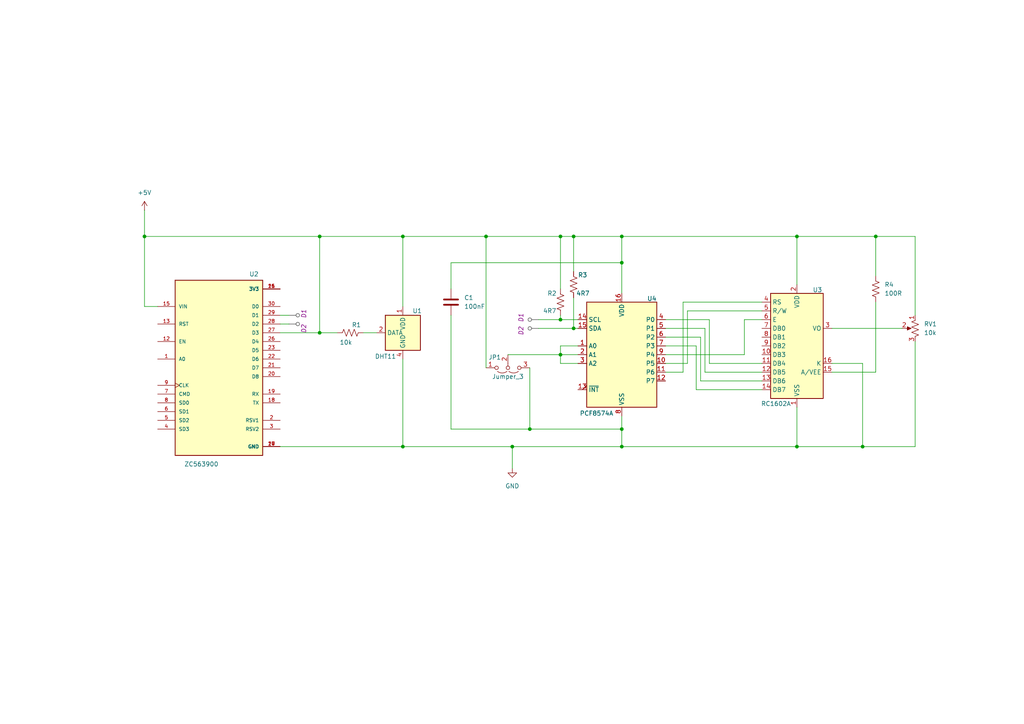
<source format=kicad_sch>
(kicad_sch (version 20231120) (generator "eeschema") (generator_version "8.0")
  (paper "A4")
  (title_block (title "TEMP_HUMIDITY_SENSOR MONITOR") (date "2024-03-18"))
  (lib_symbols
    (symbol "Device:C" (pin_numbers hide) (pin_names (offset 0.254))
      (property "Reference" "C" (at 0.635 2.54 0))
      (property "Value" "C" (at 0.635 -2.54 0))
      (symbol "C_0_1"
        (polyline (pts (xy -2.032 -0.762) (xy 2.032 -0.762)) (stroke (width 0.508)))
        (polyline (pts (xy -2.032 0.762) (xy 2.032 0.762)) (stroke (width 0.508)))
      )
      (symbol "C_1_1"
        (pin passive line (at 0 3.81 270) (length 2.794) (name "~") (number "1"))
        (pin passive line (at 0 -3.81 90) (length 2.794) (name "~") (number "2"))
      )
    )
    (symbol "Device:R_Potentiometer_US" (pin_names (offset 1.016) hide)
      (property "Reference" "RV" (at -4.445 0 90))
      (property "Value" "R_Potentiometer_US" (at -2.54 0 90))
      (symbol "R_Potentiometer_US_0_1"
        (polyline (pts (xy 0 -2.286) (xy 0 -2.54)))
        (polyline (pts (xy 0 2.54) (xy 0 2.286)))
        (polyline (pts (xy 2.54 0) (xy 1.524 0)))
        (polyline (pts (xy 1.143 0) (xy 2.286 0.508) (xy 2.286 -0.508) (xy 1.143 0)) (fill (type outline)))
        (polyline (pts (xy 0 -0.762) (xy 1.016 -1.143) (xy 0 -1.524) (xy -1.016 -1.905) (xy 0 -2.286)))
        (polyline (pts (xy 0 0.762) (xy 1.016 0.381) (xy 0 0) (xy -1.016 -0.381) (xy 0 -0.762)))
        (polyline (pts (xy 0 2.286) (xy 1.016 1.905) (xy 0 1.524) (xy -1.016 1.143) (xy 0 0.762)))
      )
      (symbol "R_Potentiometer_US_1_1"
        (pin passive line (at 0 3.81 270) (length 1.27) (name "1") (number "1"))
        (pin passive line (at 3.81 0 180) (length 1.27) (name "2") (number "2"))
        (pin passive line (at 0 -3.81 90) (length 1.27) (name "3") (number "3"))
      )
    )
    (symbol "Device:R_US" (pin_numbers hide) (pin_names (offset 0))
      (property "Reference" "R" (at 2.54 0 90))
      (property "Value" "R_US" (at -2.54 0 90))
      (symbol "R_US_0_1"
        (polyline (pts (xy 0 -2.286) (xy 0 -2.54)))
        (polyline (pts (xy 0 2.286) (xy 0 2.54)))
        (polyline (pts (xy 0 -0.762) (xy 1.016 -1.143) (xy 0 -1.524) (xy -1.016 -1.905) (xy 0 -2.286)))
        (polyline (pts (xy 0 0.762) (xy 1.016 0.381) (xy 0 0) (xy -1.016 -0.381) (xy 0 -0.762)))
        (polyline (pts (xy 0 2.286) (xy 1.016 1.905) (xy 0 1.524) (xy -1.016 1.143) (xy 0 0.762)))
      )
      (symbol "R_US_1_1"
        (pin passive line (at 0 3.81 270) (length 1.27) (name "~") (number "1"))
        (pin passive line (at 0 -3.81 90) (length 1.27) (name "~") (number "2"))
      )
    )
    (symbol "Display_Character:RC1602A"
      (property "Reference" "U" (at -6.35 16.51 0))
      (property "Value" "RC1602A" (at 2.794 16.51 0))
      (symbol "RC1602A_0_1"
        (rectangle (start -7.62 15.24) (end 7.62 -15.24) (stroke (width 0.254)) (fill (type background)))
      )
      (symbol "RC1602A_1_1"
        (pin power_in line (at 0 -17.78 90) (length 2.54) (name "VSS") (number "1"))
        (pin bidirectional line (at -10.16 -2.54 0) (length 2.54) (name "DB3") (number "10"))
        (pin bidirectional line (at -10.16 -5.08 0) (length 2.54) (name "DB4") (number "11"))
        (pin bidirectional line (at -10.16 -7.62 0) (length 2.54) (name "DB5") (number "12"))
        (pin bidirectional line (at -10.16 -10.16 0) (length 2.54) (name "DB6") (number "13"))
        (pin bidirectional line (at -10.16 -12.7 0) (length 2.54) (name "DB7") (number "14"))
        (pin power_in line (at 10.16 -7.62 180) (length 2.54) (name "A/VEE") (number "15"))
        (pin power_in line (at 10.16 -5.08 180) (length 2.54) (name "K") (number "16"))
        (pin power_in line (at 0 17.78 270) (length 2.54) (name "VDD") (number "2"))
        (pin power_in line (at 10.16 5.08 180) (length 2.54) (name "VO") (number "3"))
        (pin input line (at -10.16 12.7 0) (length 2.54) (name "RS") (number "4"))
        (pin input line (at -10.16 10.16 0) (length 2.54) (name "R/W") (number "5"))
        (pin input line (at -10.16 7.62 0) (length 2.54) (name "E") (number "6"))
        (pin bidirectional line (at -10.16 5.08 0) (length 2.54) (name "DB0") (number "7"))
        (pin bidirectional line (at -10.16 2.54 0) (length 2.54) (name "DB1") (number "8"))
        (pin bidirectional line (at -10.16 0 0) (length 2.54) (name "DB2") (number "9"))
      )
    )
    (symbol "Interface_Expansion:PCF8574A"
      (property "Reference" "U" (at -8.89 16.51 0))
      (property "Value" "PCF8574A" (at 2.54 16.51 0))
      (symbol "PCF8574A_0_1"
        (rectangle (start -10.16 15.24) (end 10.16 -15.24) (stroke (width 0.254)) (fill (type background)))
      )
      (symbol "PCF8574A_1_1"
        (pin input line (at -12.7 2.54 0) (length 2.54) (name "A0") (number "1"))
        (pin bidirectional line (at 12.7 -2.54 180) (length 2.54) (name "P5") (number "10"))
        (pin bidirectional line (at 12.7 -5.08 180) (length 2.54) (name "P6") (number "11"))
        (pin bidirectional line (at 12.7 -7.62 180) (length 2.54) (name "P7") (number "12"))
        (pin open_collector output_low (at -12.7 -10.16 0) (length 2.54) (name "~{INT}") (number "13"))
        (pin input line (at -12.7 10.16 0) (length 2.54) (name "SCL") (number "14"))
        (pin bidirectional line (at -12.7 7.62 0) (length 2.54) (name "SDA") (number "15"))
        (pin power_in line (at 0 17.78 270) (length 2.54) (name "VDD") (number "16"))
        (pin input line (at -12.7 0 0) (length 2.54) (name "A1") (number "2"))
        (pin input line (at -12.7 -2.54 0) (length 2.54) (name "A2") (number "3"))
        (pin bidirectional line (at 12.7 10.16 180) (length 2.54) (name "P0") (number "4"))
        (pin bidirectional line (at 12.7 7.62 180) (length 2.54) (name "P1") (number "5"))
        (pin bidirectional line (at 12.7 5.08 180) (length 2.54) (name "P2") (number "6"))
        (pin bidirectional line (at 12.7 2.54 180) (length 2.54) (name "P3") (number "7"))
        (pin power_in line (at 0 -17.78 90) (length 2.54) (name "VSS") (number "8"))
        (pin bidirectional line (at 12.7 0 180) (length 2.54) (name "P4") (number "9"))
      )
    )
    (symbol "Jumper:Jumper_3_Open" (pin_names (offset 0) hide)
      (property "Reference" "JP" (at -2.54 -2.54 0))
      (property "Value" "Jumper_3_Open" (at 0 2.794 0))
      (symbol "Jumper_3_Open_0_0"
        (circle (center -3.302 0) (radius 0.508))
        (circle (center 0 0) (radius 0.508))
        (circle (center 3.302 0) (radius 0.508))
      )
      (symbol "Jumper_3_Open_0_1"
        (arc (start -0.254 1.016) (mid -1.651 1.4992) (end -3.048 1.016))
        (polyline (pts (xy 0 -0.508) (xy 0 -1.27)))
        (arc (start 3.048 1.016) (mid 1.651 1.4992) (end 0.254 1.016))
      )
      (symbol "Jumper_3_Open_1_1"
        (pin passive line (at -6.35 0 0) (length 2.54) (name "A") (number "1"))
        (pin passive line (at 0 -3.81 90) (length 2.54) (name "C") (number "2"))
        (pin passive line (at 6.35 0 180) (length 2.54) (name "B") (number "3"))
      )
    )
    (symbol "Sensor:DHT11"
      (property "Reference" "U" (at -3.81 6.35 0))
      (property "Value" "DHT11" (at 3.81 6.35 0))
      (symbol "DHT11_0_1"
        (rectangle (start -5.08 5.08) (end 5.08 -5.08) (stroke (width 0.254)) (fill (type background)))
      )
      (symbol "DHT11_1_1"
        (pin power_in line (at 0 7.62 270) (length 2.54) (name "VDD") (number "1"))
        (pin bidirectional line (at 7.62 0 180) (length 2.54) (name "DATA") (number "2"))
        (pin no_connect line (at -5.08 0 0) (length 2.54) hide (name "NC") (number "3"))
        (pin power_in line (at 0 -7.62 90) (length 2.54) (name "GND") (number "4"))
      )
    )
    (symbol "ZC563900:ZC563900" (pin_names (offset 1.016))
      (property "Reference" "U" (at -12.7 26.035 0))
      (property "Value" "ZC563900" (at -12.7 -27.94 0))
      (symbol "ZC563900_0_0"
        (rectangle (start -12.7 -25.4) (end 12.7 25.4) (stroke (width 0.254)) (fill (type background)))
        (pin input line (at -17.78 2.54 0) (length 5.08) (name "A0") (number "1"))
        (pin power_in line (at 17.78 -22.86 180) (length 5.08) (name "GND") (number "10"))
        (pin power_in line (at 17.78 22.86 180) (length 5.08) (name "3V3") (number "11"))
        (pin input line (at -17.78 7.62 0) (length 5.08) (name "EN") (number "12"))
        (pin input line (at -17.78 12.7 0) (length 5.08) (name "RST") (number "13"))
        (pin power_in line (at 17.78 -22.86 180) (length 5.08) (name "GND") (number "14"))
        (pin input line (at -17.78 17.78 0) (length 5.08) (name "VIN") (number "15"))
        (pin power_in line (at 17.78 22.86 180) (length 5.08) (name "3V3") (number "16"))
        (pin power_in line (at 17.78 -22.86 180) (length 5.08) (name "GND") (number "17"))
        (pin bidirectional line (at 17.78 -10.16 180) (length 5.08) (name "TX") (number "18"))
        (pin bidirectional line (at 17.78 -7.62 180) (length 5.08) (name "RX") (number "19"))
        (pin passive line (at 17.78 -15.24 180) (length 5.08) (name "RSV1") (number "2"))
        (pin bidirectional line (at 17.78 -2.54 180) (length 5.08) (name "D8") (number "20"))
        (pin bidirectional line (at 17.78 0 180) (length 5.08) (name "D7") (number "21"))
        (pin bidirectional line (at 17.78 2.54 180) (length 5.08) (name "D6") (number "22"))
        (pin bidirectional line (at 17.78 5.08 180) (length 5.08) (name "D5") (number "23"))
        (pin power_in line (at 17.78 -22.86 180) (length 5.08) (name "GND") (number "24"))
        (pin power_in line (at 17.78 22.86 180) (length 5.08) (name "3V3") (number "25"))
        (pin bidirectional line (at 17.78 7.62 180) (length 5.08) (name "D4") (number "26"))
        (pin bidirectional line (at 17.78 10.16 180) (length 5.08) (name "D3") (number "27"))
        (pin bidirectional line (at 17.78 12.7 180) (length 5.08) (name "D2") (number "28"))
        (pin bidirectional line (at 17.78 15.24 180) (length 5.08) (name "D1") (number "29"))
        (pin passive line (at 17.78 -17.78 180) (length 5.08) (name "RSV2") (number "3"))
        (pin bidirectional line (at 17.78 17.78 180) (length 5.08) (name "D0") (number "30"))
        (pin bidirectional line (at -17.78 -17.78 0) (length 5.08) (name "SD3") (number "4"))
        (pin bidirectional line (at -17.78 -15.24 0) (length 5.08) (name "SD2") (number "5"))
        (pin bidirectional line (at -17.78 -12.7 0) (length 5.08) (name "SD1") (number "6"))
        (pin input line (at -17.78 -7.62 0) (length 5.08) (name "CMD") (number "7"))
        (pin bidirectional line (at -17.78 -10.16 0) (length 5.08) (name "SD0") (number "8"))
        (pin input clock (at -17.78 -5.08 0) (length 5.08) (name "CLK") (number "9"))
      )
    )
    (symbol "power:+5V" (power) (pin_numbers hide) (pin_names (offset 0) hide)
      (property "Value" "+5V" (at 0 3.556 0))
      (symbol "+5V_0_1"
        (polyline (pts (xy -0.762 1.27) (xy 0 2.54)))
        (polyline (pts (xy 0 0) (xy 0 2.54)))
        (polyline (pts (xy 0 2.54) (xy 0.762 1.27)))
      )
      (symbol "+5V_1_1"
        (pin power_in line (at 0 0 90) (length 0) (name "~") (number "1"))
      )
    )
    (symbol "power:GND" (power) (pin_numbers hide) (pin_names (offset 0) hide)
      (property "Value" "GND" (at 0 -3.81 0))
      (symbol "GND_0_1"
        (polyline (pts (xy 0 0) (xy 0 -1.27) (xy 1.27 -1.27) (xy 0 -2.54) (xy -1.27 -1.27) (xy 0 -1.27)))
      )
      (symbol "GND_1_1"
        (pin power_in line (at 0 0 270) (length 0) (name "~") (number "1"))
      )
    )
  )
  (junction (at 180.34 68.58))
  (junction (at 250.19 129.54))
  (junction (at 92.71 68.58))
  (junction (at 166.37 68.58))
  (junction (at 153.67 124.46))
  (junction (at 231.14 129.54))
  (junction (at 92.71 96.52))
  (junction (at 166.37 95.25))
  (junction (at 116.84 68.58))
  (junction (at 41.91 68.58))
  (junction (at 140.97 68.58))
  (junction (at 180.34 129.54))
  (junction (at 231.14 68.58))
  (junction (at 148.59 129.54))
  (junction (at 162.56 68.58))
  (junction (at 254 68.58))
  (junction (at 180.34 76.2))
  (junction (at 180.34 124.46))
  (junction (at 116.84 129.54))
  (junction (at 162.56 92.71))
  (junction (at 162.56 102.87))
  (wire (pts (xy 81.28 93.98) (xy 83.82 93.98)))
  (wire (pts (xy 265.43 68.58) (xy 254 68.58)))
  (wire (pts (xy 162.56 68.58) (xy 162.56 83.82)))
  (wire (pts (xy 162.56 105.41) (xy 167.64 105.41)))
  (wire (pts (xy 201.93 113.03) (xy 220.98 113.03)))
  (wire (pts (xy 193.04 102.87) (xy 215.9 102.87)))
  (wire (pts (xy 116.84 68.58) (xy 140.97 68.58)))
  (wire (pts (xy 130.81 76.2) (xy 180.34 76.2)))
  (wire (pts (xy 180.34 76.2) (xy 180.34 85.09)))
  (wire (pts (xy 231.14 68.58) (xy 254 68.58)))
  (wire (pts (xy 130.81 124.46) (xy 130.81 91.44)))
  (wire (pts (xy 180.34 68.58) (xy 231.14 68.58)))
  (wire (pts (xy 41.91 68.58) (xy 92.71 68.58)))
  (wire (pts (xy 81.28 129.54) (xy 116.84 129.54)))
  (wire (pts (xy 162.56 102.87) (xy 167.64 102.87)))
  (wire (pts (xy 153.67 106.68) (xy 153.67 124.46)))
  (wire (pts (xy 147.32 102.87) (xy 162.56 102.87)))
  (wire (pts (xy 166.37 86.36) (xy 166.37 95.25)))
  (wire (pts (xy 105.41 96.52) (xy 109.22 96.52)))
  (wire (pts (xy 250.19 129.54) (xy 231.14 129.54)))
  (wire (pts (xy 180.34 129.54) (xy 231.14 129.54)))
  (wire (pts (xy 215.9 92.71) (xy 220.98 92.71)))
  (wire (pts (xy 241.3 107.95) (xy 254 107.95)))
  (wire (pts (xy 193.04 92.71) (xy 205.74 92.71)))
  (wire (pts (xy 140.97 68.58) (xy 140.97 106.68)))
  (wire (pts (xy 130.81 83.82) (xy 130.81 76.2)))
  (wire (pts (xy 199.39 105.41) (xy 199.39 90.17)))
  (wire (pts (xy 92.71 68.58) (xy 116.84 68.58)))
  (wire (pts (xy 203.2 97.79) (xy 203.2 110.49)))
  (wire (pts (xy 193.04 97.79) (xy 203.2 97.79)))
  (wire (pts (xy 254 68.58) (xy 254 80.01)))
  (wire (pts (xy 162.56 100.33) (xy 162.56 102.87)))
  (wire (pts (xy 180.34 120.65) (xy 180.34 124.46)))
  (wire (pts (xy 201.93 100.33) (xy 201.93 113.03)))
  (wire (pts (xy 215.9 92.71) (xy 215.9 102.87)))
  (wire (pts (xy 167.64 100.33) (xy 162.56 100.33)))
  (wire (pts (xy 153.67 124.46) (xy 130.81 124.46)))
  (wire (pts (xy 81.28 91.44) (xy 83.82 91.44)))
  (wire (pts (xy 241.3 95.25) (xy 261.62 95.25)))
  (wire (pts (xy 204.47 107.95) (xy 220.98 107.95)))
  (wire (pts (xy 199.39 90.17) (xy 220.98 90.17)))
  (wire (pts (xy 45.72 88.9) (xy 41.91 88.9)))
  (wire (pts (xy 231.14 68.58) (xy 231.14 82.55)))
  (wire (pts (xy 204.47 95.25) (xy 204.47 107.95)))
  (wire (pts (xy 156.21 95.25) (xy 166.37 95.25)))
  (wire (pts (xy 205.74 105.41) (xy 220.98 105.41)))
  (wire (pts (xy 193.04 100.33) (xy 201.93 100.33)))
  (wire (pts (xy 116.84 68.58) (xy 116.84 88.9)))
  (wire (pts (xy 203.2 110.49) (xy 220.98 110.49)))
  (wire (pts (xy 166.37 68.58) (xy 166.37 78.74)))
  (wire (pts (xy 162.56 91.44) (xy 162.56 92.71)))
  (wire (pts (xy 92.71 68.58) (xy 92.71 96.52)))
  (wire (pts (xy 166.37 68.58) (xy 180.34 68.58)))
  (wire (pts (xy 193.04 95.25) (xy 204.47 95.25)))
  (wire (pts (xy 180.34 68.58) (xy 180.34 76.2)))
  (wire (pts (xy 241.3 105.41) (xy 250.19 105.41)))
  (wire (pts (xy 180.34 124.46) (xy 153.67 124.46)))
  (wire (pts (xy 116.84 129.54) (xy 148.59 129.54)))
  (wire (pts (xy 41.91 60.96) (xy 41.91 68.58)))
  (wire (pts (xy 231.14 118.11) (xy 231.14 129.54)))
  (wire (pts (xy 254 87.63) (xy 254 107.95)))
  (wire (pts (xy 116.84 104.14) (xy 116.84 129.54)))
  (wire (pts (xy 265.43 91.44) (xy 265.43 68.58)))
  (wire (pts (xy 198.12 87.63) (xy 220.98 87.63)))
  (wire (pts (xy 162.56 92.71) (xy 167.64 92.71)))
  (wire (pts (xy 92.71 96.52) (xy 97.79 96.52)))
  (wire (pts (xy 41.91 88.9) (xy 41.91 68.58)))
  (wire (pts (xy 193.04 105.41) (xy 199.39 105.41)))
  (wire (pts (xy 193.04 107.95) (xy 198.12 107.95)))
  (wire (pts (xy 180.34 129.54) (xy 148.59 129.54)))
  (wire (pts (xy 265.43 99.06) (xy 265.43 129.54)))
  (wire (pts (xy 205.74 92.71) (xy 205.74 105.41)))
  (wire (pts (xy 166.37 95.25) (xy 167.64 95.25)))
  (wire (pts (xy 250.19 105.41) (xy 250.19 129.54)))
  (wire (pts (xy 156.21 92.71) (xy 162.56 92.71)))
  (wire (pts (xy 140.97 68.58) (xy 162.56 68.58)))
  (wire (pts (xy 162.56 102.87) (xy 162.56 105.41)))
  (wire (pts (xy 148.59 129.54) (xy 148.59 135.89)))
  (wire (pts (xy 198.12 107.95) (xy 198.12 87.63)))
  (wire (pts (xy 81.28 96.52) (xy 92.71 96.52)))
  (wire (pts (xy 180.34 124.46) (xy 180.34 129.54)))
  (wire (pts (xy 265.43 129.54) (xy 250.19 129.54)))
  (wire (pts (xy 162.56 68.58) (xy 166.37 68.58)))
  (netclass_flag "" (length 2.54) (shape round) (at 156.21 95.25 90) (property "Netclass" "D2" (at 151.13 97.282 90) (effects (font (italic yes)) (justify left))))
  (netclass_flag "" (length 2.54) (shape round) (at 83.82 91.44 270) (property "Netclass" "D1" (at 88.138 89.662 90) (effects (font (italic yes)) (justify right))))
  (netclass_flag "" (length 2.54) (shape round) (at 83.82 93.98 270) (property "Netclass" "D2" (at 88.138 93.98 90) (effects (font (italic yes)) (justify right))))
  (netclass_flag "" (length 2.54) (shape round) (at 156.21 92.71 90) (property "Netclass" "D1" (at 151.13 93.472 90) (effects (font (italic yes)) (justify left))))
  (symbol (lib_id "Interface_Expansion:PCF8574A") (at 180.34 102.87 0) (unit 1)
    (property "Reference" "U4" (at 187.706 86.614 0) (effects (justify left)))
    (property "Value" "PCF8574A" (at 168.148 119.888 0) (effects (justify left)))
    (property "Footprint" "Package_SO:SOIC-16_3.9x9.9mm_P1.27mm" (effects (hide yes)))
    (property "Datasheet" "http://www.nxp.com/docs/en/data-sheet/PCF8574_PCF8574A.pdf" (effects (hide yes)))
    (property "Description" "8 Bit Port/Expander to I2C Bus, DIP/SOIC-16" (effects (hide yes)))
  )
  (symbol (lib_id "Display_Character:RC1602A") (at 231.14 100.33 0) (unit 1)
    (property "Reference" "U3" (at 235.712 84.074 0) (effects (justify left)))
    (property "Value" "RC1602A" (at 220.726 117.094 0) (effects (justify left)))
    (property "Footprint" "Display:RC1602A" (effects (hide yes)))
    (property "Datasheet" "http://www.raystar-optronics.com/down.php?ProID=18" (effects (hide yes)))
    (property "Description" "LCD 16x2 Alphanumeric gray backlight, 3 or 5V VDD" (effects (hide yes)))
  )
  (symbol (lib_id "Jumper:Jumper_3_Open") (at 147.32 106.68 0) (mirror x) (unit 1)
    (property "Reference" "JP1" (at 143.51 103.632 0))
    (property "Value" "Jumper_3" (at 147.32 109.22 0))
    (property "Footprint" "Jumper:SolderJumper-3_P1.3mm_Bridged2Bar12_RoundedPad1.0x1.5mm" (effects (hide yes)))
    (property "Description" "Jumper, 3-pole, both open" (effects (hide yes)))
  )
  (symbol (lib_id "Device:R_US") (at 254 83.82 0) (unit 1)
    (property "Reference" "R4" (at 256.54 82.5499 0) (effects (justify left)))
    (property "Value" "100R" (at 256.54 85.0899 0) (effects (justify left)))
    (property "Footprint" "Resistor_THT:R_Axial_DIN0204_L3.6mm_D1.6mm_P5.08mm_Horizontal" (effects (hide yes)))
    (property "Description" "Resistor, US symbol" (effects (hide yes)))
  )
  (symbol (lib_id "Device:R_US") (at 101.6 96.52 90) (unit 1)
    (property "Reference" "R1" (at 103.378 94.234 90))
    (property "Value" "10k" (at 100.33 99.314 90))
    (property "Footprint" "Resistor_THT:R_Axial_DIN0204_L3.6mm_D1.6mm_P5.08mm_Horizontal" (effects (hide yes)))
  )
  (symbol (lib_id "Device:R_US") (at 166.37 82.55 0) (unit 1)
    (property "Reference" "R3" (at 167.64 79.756 0) (effects (justify left)))
    (property "Value" "4R7" (at 167.132 85.09 0) (effects (justify left)))
    (property "Footprint" "Resistor_THT:R_Axial_DIN0204_L3.6mm_D1.6mm_P5.08mm_Horizontal" (effects (hide yes)))
    (property "Description" "Resistor, US symbol" (effects (hide yes)))
  )
  (symbol (lib_id "ZC563900:ZC563900") (at 63.5 106.68 0) (unit 1)
    (property "Reference" "U2" (at 73.66 79.502 0))
    (property "Value" "ZC563900" (at 58.42 134.62 0))
    (property "Footprint" "ZC563900:MODULE_ZC563900" (effects (hide yes)))
    (property "MF" "YKS" (effects (hide yes)))
    (property "MAXIMUM_PACKAGE_HEIGHT" "N/A" (effects (hide yes)))
    (property "Package" "None" (effects (hide yes)))
    (property "Price" "None" (effects (hide yes)))
    (property "Check_prices" "https://www.snapeda.com/parts/ZC563900/YKS/view-part/?ref=eda" (effects (hide yes)))
    (property "STANDARD" "Manufacturer Recommendations" (effects (hide yes)))
    (property "PARTREV" "1.0" (effects (hide yes)))
    (property "SnapEDA_Link" "https://www.snapeda.com/parts/ZC563900/YKS/view-part/?ref=snap" (effects (hide yes)))
    (property "MP" "ZC563900" (effects (hide yes)))
    (property "Description_1" "\nNodeMcu Lua ESP8266 WIFI Internet of Things Network Development Module Board\n" (effects (hide yes)))
    (property "Availability" "Not in stock" (effects (hide yes)))
    (property "MANUFACTURER" "YKS" (effects (hide yes)))
  )
  (symbol (lib_id "Device:R_Potentiometer_US") (at 265.43 95.25 0) (mirror y) (unit 1)
    (property "Reference" "RV1" (at 267.97 93.9799 0) (effects (justify right)))
    (property "Value" "10k" (at 267.97 96.5199 0) (effects (justify right)))
    (property "Footprint" "Potentiometer_THT:Potentiometer_Bourns_3339P_Vertical_HandSoldering" (effects (hide yes)))
    (property "Description" "Potentiometer, US symbol" (effects (hide yes)))
  )
  (symbol (lib_id "power:+5V") (at 41.91 60.96 0) (unit 1)
    (property "Reference" "#PWR01" (effects (hide yes)))
    (property "Value" "+5V" (at 41.91 55.88 0))
    (property "Description" "Power symbol creates a global label with name \"+5V\"" (effects (hide yes)))
  )
  (symbol (lib_id "Sensor:DHT11") (at 116.84 96.52 0) (mirror y) (unit 1)
    (property "Reference" "U1" (at 119.634 90.17 0) (effects (justify right)))
    (property "Value" "DHT11" (at 108.712 103.378 0) (effects (justify right)))
    (property "Footprint" "Sensor:Aosong_DHT11_5.5x12.0_P2.54mm" (effects (hide yes)))
    (property "Datasheet" "http://akizukidenshi.com/download/ds/aosong/DHT11.pdf" (effects (hide yes)))
  )
  (symbol (lib_id "Device:R_US") (at 162.56 87.63 0) (unit 1)
    (property "Reference" "R2" (at 158.75 85.09 0) (effects (justify left)))
    (property "Value" "4R7" (at 157.48 90.17 0) (effects (justify left)))
    (property "Footprint" "Resistor_THT:R_Axial_DIN0204_L3.6mm_D1.6mm_P5.08mm_Horizontal" (effects (hide yes)))
    (property "Description" "Resistor, US symbol" (effects (hide yes)))
  )
  (symbol (lib_id "Device:C") (at 130.81 87.63 0) (unit 1)
    (property "Reference" "C1" (at 134.62 86.3599 0) (effects (justify left)))
    (property "Value" "100nF" (at 134.62 88.8999 0) (effects (justify left)))
    (property "Footprint" "Capacitor_THT:CP_Radial_D5.0mm_P2.50mm" (effects (hide yes)))
    (property "Description" "Unpolarized capacitor" (effects (hide yes)))
  )
  (symbol (lib_id "power:GND") (at 148.59 135.89 0) (unit 1)
    (property "Reference" "#PWR02" (effects (hide yes)))
    (property "Value" "GND" (at 148.59 140.97 0))
    (property "Description" "Power symbol creates a global label with name \"GND\" , ground" (effects (hide yes)))
  )
)
</source>
